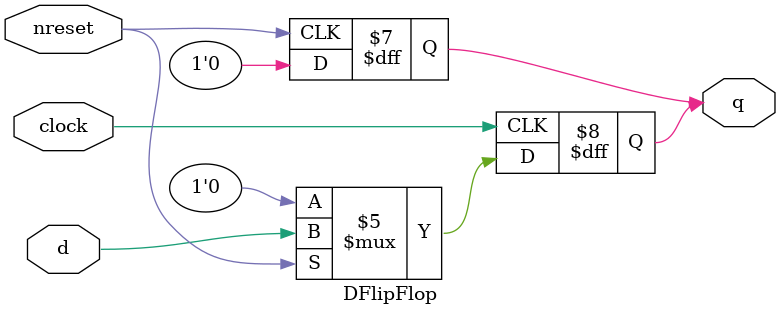
<source format=v>
`timescale 1ns / 1ns


module DFlipFlop(
    output q,
    input clock,
    input nreset,
    input d
    );
    
    reg q;
    always @(posedge clock)
    begin
        if(nreset == 1)
            q=d;
        else
            q=0;
    end
    
    always @(negedge nreset)
    begin
        q=0;
    end
    
endmodule

</source>
